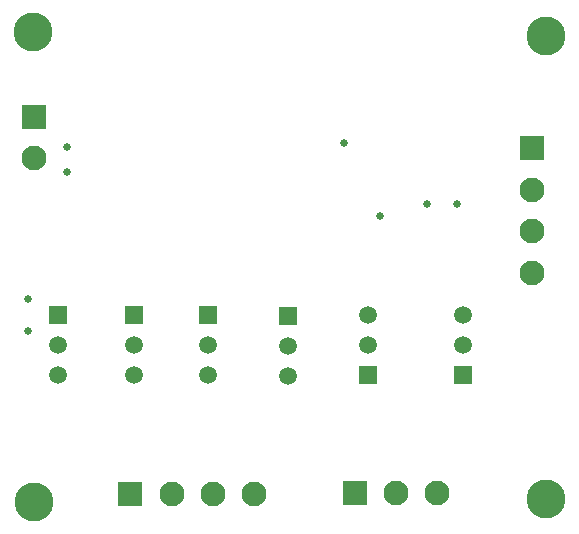
<source format=gbs>
G04 FAB 3000 Version 7.8.18 - Gerber/CAM Software*
G04 RS274-X Output*
%FSLAX44Y44*%
%MIA0B0*%
%MOMM*%
%SFA1.000000B1.000000*%

%IPPOS*%
%ADD19C,0.254000*%
%ADD20C,0.127000*%
%ADD21C,3.299990*%
%ADD22C,2.100000*%
%ADD23R,2.100000X2.100000*%
%ADD24R,2.100000X2.100000*%
%ADD25R,1.500000X1.500000*%
%ADD26C,1.500000*%
%ADD27C,0.660400*%
%ADD28C,0.025400*%
%LNcartercharger_0*%
%LPD*%
G54D22*
X432815Y722629D03*
G54D26*
X529589Y873759D03*
X461517Y847851D03*
Y822451D03*
G54D27*
X509015Y1019555D03*
X539749Y958087D03*
G54D26*
X529589Y848359D03*
G54D25*
X461517Y873251D03*
X529589Y822959D03*
G54D24*
X518159Y722883D03*
G54D22*
X553211D03*
G54D21*
X679703Y1110233D03*
Y717803D03*
G54D22*
X668019Y909827D03*
Y944879D03*
Y979931D03*
G54D27*
X578865Y967993D03*
X605027D03*
G54D26*
X609599Y873759D03*
Y848359D03*
G54D25*
Y822959D03*
G54D23*
X668019Y1014983D03*
G54D22*
X588009Y722883D03*
G54D21*
X245871Y1113535D03*
X246633Y715771D03*
G54D22*
X246379Y1006855D03*
G54D26*
X266699Y848359D03*
Y822959D03*
G54D27*
X241045Y887729D03*
Y860551D03*
X274065Y994917D03*
Y1016253D03*
G54D25*
X266699Y873759D03*
G54D23*
X246379Y1041907D03*
G54D24*
X327913Y722629D03*
G54D26*
X393699Y848359D03*
Y822959D03*
X331469Y848359D03*
Y822959D03*
G54D25*
Y873759D03*
X393699D03*
G54D22*
X362965Y722629D03*
X397763D03*
M02*
</source>
